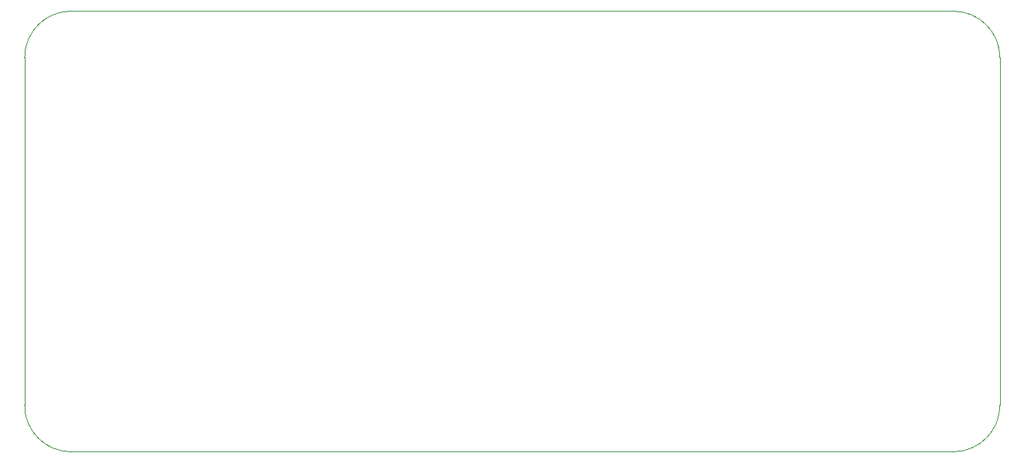
<source format=gbr>
G04 #@! TF.GenerationSoftware,KiCad,Pcbnew,(5.1.5)-3*
G04 #@! TF.CreationDate,2020-09-18T03:11:52-03:00*
G04 #@! TF.ProjectId,AIL,41494c2e-6b69-4636-9164-5f7063625858,rev?*
G04 #@! TF.SameCoordinates,Original*
G04 #@! TF.FileFunction,Profile,NP*
%FSLAX46Y46*%
G04 Gerber Fmt 4.6, Leading zero omitted, Abs format (unit mm)*
G04 Created by KiCad (PCBNEW (5.1.5)-3) date 2020-09-18 03:11:52*
%MOMM*%
%LPD*%
G04 APERTURE LIST*
%ADD10C,0.050000*%
G04 APERTURE END LIST*
D10*
X172720000Y-129540000D02*
G75*
G02X167640000Y-134620000I-5080000J0D01*
G01*
X167640000Y-86360000D02*
G75*
G02X172720000Y-91440000I0J-5080000D01*
G01*
X66040000Y-91440000D02*
G75*
G02X71120000Y-86360000I5080000J0D01*
G01*
X71120000Y-134620000D02*
G75*
G02X66040000Y-129540000I0J5080000D01*
G01*
X66040000Y-129540000D02*
X66040000Y-91440000D01*
X71120000Y-86360000D02*
X167640000Y-86360000D01*
X172720000Y-129540000D02*
X172720000Y-91440000D01*
X71120000Y-134620000D02*
X167640000Y-134620000D01*
M02*

</source>
